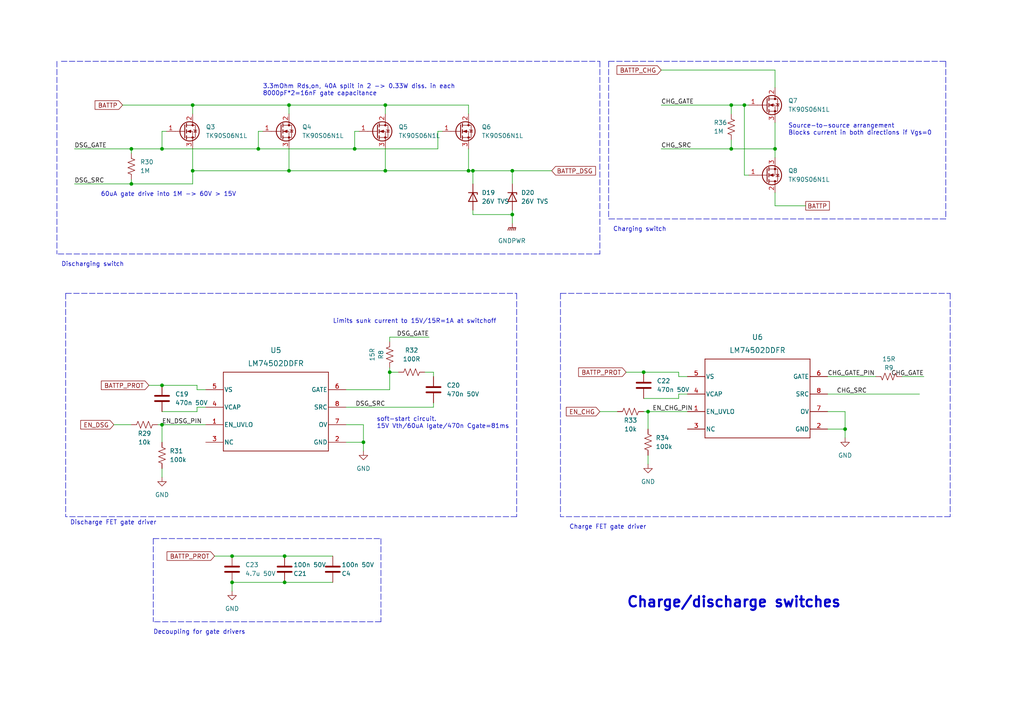
<source format=kicad_sch>
(kicad_sch (version 20211123) (generator eeschema)
  (paper "A4")
  (lib_symbols
    (symbol "Device:C" (pin_numbers hide) (pin_names (offset 0.254))
      (property "Reference" "C" (at 0.635 2.54 0))
      (property "Value" "C" (at 0.635 -2.54 0))
      (symbol "C_0_1"
        (polyline (pts (xy -2.032 -0.762) (xy 2.032 -0.762)) (stroke (width 0.508)))
        (polyline (pts (xy -2.032 0.762) (xy 2.032 0.762)) (stroke (width 0.508)))
      )
      (symbol "C_1_1"
        (pin passive line (at 0 3.81 270) (length 2.794) (name "~") (number "1"))
        (pin passive line (at 0 -3.81 90) (length 2.794) (name "~") (number "2"))
      )
    )
    (symbol "Device:D_Zener" (pin_numbers hide) (pin_names (offset 1.016) hide)
      (property "Reference" "D" (at 0 2.54 0))
      (property "Value" "D_Zener" (at 0 -2.54 0))
      (symbol "D_Zener_0_1"
        (polyline (pts (xy 1.27 0) (xy -1.27 0)))
        (polyline (pts (xy -1.27 -1.27) (xy -1.27 1.27) (xy -0.762 1.27)) (stroke (width 0.254)))
        (polyline (pts (xy 1.27 -1.27) (xy 1.27 1.27) (xy -1.27 0) (xy 1.27 -1.27)) (stroke (width 0.254)))
      )
      (symbol "D_Zener_1_1"
        (pin passive line (at -3.81 0 0) (length 2.54) (name "K") (number "1"))
        (pin passive line (at 3.81 0 180) (length 2.54) (name "A") (number "2"))
      )
    )
    (symbol "Device:Q_NMOS_GDS" (pin_names (offset 0) hide)
      (property "Reference" "Q" (at 5.08 1.27 0))
      (property "Value" "Q_NMOS_GDS" (at 5.08 -1.27 0))
      (symbol "Q_NMOS_GDS_0_1"
        (polyline (pts (xy 0.254 0) (xy -2.54 0)))
        (polyline (pts (xy 0.254 1.905) (xy 0.254 -1.905)) (stroke (width 0.254)))
        (polyline (pts (xy 0.762 -1.27) (xy 0.762 -2.286)) (stroke (width 0.254)))
        (polyline (pts (xy 0.762 0.508) (xy 0.762 -0.508)) (stroke (width 0.254)))
        (polyline (pts (xy 0.762 2.286) (xy 0.762 1.27)) (stroke (width 0.254)))
        (polyline (pts (xy 2.54 2.54) (xy 2.54 1.778)))
        (polyline (pts (xy 2.54 -2.54) (xy 2.54 0) (xy 0.762 0)))
        (polyline (pts (xy 0.762 -1.778) (xy 3.302 -1.778) (xy 3.302 1.778) (xy 0.762 1.778)))
        (polyline (pts (xy 1.016 0) (xy 2.032 0.381) (xy 2.032 -0.381) (xy 1.016 0)) (fill (type outline)))
        (polyline (pts (xy 2.794 0.508) (xy 2.921 0.381) (xy 3.683 0.381) (xy 3.81 0.254)))
        (polyline (pts (xy 3.302 0.381) (xy 2.921 -0.254) (xy 3.683 -0.254) (xy 3.302 0.381)))
        (circle (center 1.651 0) (radius 2.794) (stroke (width 0.254)))
        (circle (center 2.54 -1.778) (radius 0.254) (fill (type outline)))
        (circle (center 2.54 1.778) (radius 0.254) (fill (type outline)))
      )
      (symbol "Q_NMOS_GDS_1_1"
        (pin input line (at -5.08 0 0) (length 2.54) (name "G") (number "1"))
        (pin passive line (at 2.54 5.08 270) (length 2.54) (name "D") (number "2"))
        (pin passive line (at 2.54 -5.08 90) (length 2.54) (name "S") (number "3"))
      )
    )
    (symbol "Device:R_US" (pin_numbers hide) (pin_names (offset 0))
      (property "Reference" "R" (at 2.54 0 90))
      (property "Value" "R_US" (at -2.54 0 90))
      (symbol "R_US_0_1"
        (polyline (pts (xy 0 -2.286) (xy 0 -2.54)))
        (polyline (pts (xy 0 2.286) (xy 0 2.54)))
        (polyline (pts (xy 0 -0.762) (xy 1.016 -1.143) (xy 0 -1.524) (xy -1.016 -1.905) (xy 0 -2.286)))
        (polyline (pts (xy 0 0.762) (xy 1.016 0.381) (xy 0 0) (xy -1.016 -0.381) (xy 0 -0.762)))
        (polyline (pts (xy 0 2.286) (xy 1.016 1.905) (xy 0 1.524) (xy -1.016 1.143) (xy 0 0.762)))
      )
      (symbol "R_US_1_1"
        (pin passive line (at 0 3.81 270) (length 1.27) (name "~") (number "1"))
        (pin passive line (at 0 -3.81 90) (length 1.27) (name "~") (number "2"))
      )
    )
    (symbol "LM74502:LM74502DDFR" (pin_names (offset 0.254))
      (property "Reference" "U" (at 0 2.54 0))
      (property "Value" "LM74502DDFR" (at 0 0 0))
      (symbol "LM74502DDFR_0_1"
        (polyline (pts (xy 5.08 -17.78) (xy 35.56 -17.78)) (stroke (width 0.2032)))
        (polyline (pts (xy 5.08 5.08) (xy 5.08 -17.78)) (stroke (width 0.2032)))
        (polyline (pts (xy 35.56 -17.78) (xy 35.56 5.08)) (stroke (width 0.2032)))
        (polyline (pts (xy 35.56 5.08) (xy 5.08 5.08)) (stroke (width 0.2032)))
        (pin input line (at 0 -10.16 0) (length 5.08) (name "EN_UVLO") (number "1"))
        (pin power_in line (at 40.64 -15.24 180) (length 5.08) (name "GND") (number "2"))
        (pin unspecified line (at 0 -15.24 0) (length 5.08) (name "NC") (number "3"))
        (pin unspecified line (at 0 -5.08 0) (length 5.08) (name "VCAP") (number "4"))
        (pin power_in line (at 0 0 0) (length 5.08) (name "VS") (number "5"))
        (pin unspecified line (at 40.64 0 180) (length 5.08) (name "GATE") (number "6"))
        (pin unspecified line (at 40.64 -10.16 180) (length 5.08) (name "OV") (number "7"))
        (pin unspecified line (at 40.64 -5.08 180) (length 5.08) (name "SRC") (number "8"))
      )
    )
    (symbol "power:GND" (power) (pin_names (offset 0))
      (property "Value" "GND" (at 0 -3.81 0))
      (symbol "GND_0_1"
        (polyline (pts (xy 0 0) (xy 0 -1.27) (xy 1.27 -1.27) (xy 0 -2.54) (xy -1.27 -1.27) (xy 0 -1.27)))
      )
      (symbol "GND_1_1"
        (pin power_in line (at 0 0 270) (length 0) hide (name "GND") (number "1"))
      )
    )
    (symbol "power:GNDPWR" (power) (pin_names (offset 0))
      (property "Value" "GNDPWR" (at 0 -3.302 0))
      (symbol "GNDPWR_0_1"
        (polyline (pts (xy 0 -1.27) (xy 0 0)))
        (polyline (pts (xy -1.016 -1.27) (xy -1.27 -2.032) (xy -1.27 -2.032)) (stroke (width 0.2032)))
        (polyline (pts (xy -0.508 -1.27) (xy -0.762 -2.032) (xy -0.762 -2.032)) (stroke (width 0.2032)))
        (polyline (pts (xy 0 -1.27) (xy -0.254 -2.032) (xy -0.254 -2.032)) (stroke (width 0.2032)))
        (polyline (pts (xy 0.508 -1.27) (xy 0.254 -2.032) (xy 0.254 -2.032)) (stroke (width 0.2032)))
        (polyline (pts (xy 1.016 -1.27) (xy -1.016 -1.27) (xy -1.016 -1.27)) (stroke (width 0.2032)))
        (polyline (pts (xy 1.016 -1.27) (xy 0.762 -2.032) (xy 0.762 -2.032) (xy 0.762 -2.032)) (stroke (width 0.2032)))
      )
      (symbol "GNDPWR_1_1"
        (pin power_in line (at 0 0 270) (length 0) hide (name "GNDPWR") (number "1"))
      )
    )
  )
  (junction (at 135.89 49.53))
  (junction (at 46.99 123.19))
  (junction (at 215.9 30.48))
  (junction (at 148.59 49.53))
  (junction (at 187.96 119.38))
  (junction (at 111.76 30.48))
  (junction (at 82.55 161.29))
  (junction (at 83.82 30.48))
  (junction (at 67.31 161.29))
  (junction (at 105.41 128.27))
  (junction (at 148.59 62.23))
  (junction (at 186.69 107.95))
  (junction (at 67.31 168.91))
  (junction (at 111.76 49.53))
  (junction (at 82.55 168.91))
  (junction (at 137.16 49.53))
  (junction (at 113.03 107.95))
  (junction (at 38.1 53.34))
  (junction (at 212.09 30.48))
  (junction (at 74.93 43.18))
  (junction (at 55.88 49.53))
  (junction (at 38.1 43.18))
  (junction (at 83.82 49.53))
  (junction (at 212.09 43.18))
  (junction (at 46.99 43.18))
  (junction (at 46.99 111.76))
  (junction (at 55.88 30.48))
  (junction (at 224.79 43.18))
  (junction (at 245.11 124.46))
  (junction (at 102.87 43.18))
  (wire (pts (xy 46.99 135.89) (xy 46.99 138.43)))
  (wire (pts (xy 33.02 123.19) (xy 38.1 123.19)))
  (wire (pts (xy 57.15 118.11) (xy 57.15 119.38)))
  (wire (pts (xy 83.82 30.48) (xy 111.76 30.48)))
  (wire (pts (xy 199.39 114.3) (xy 196.85 114.3)))
  (wire (pts (xy 212.09 30.48) (xy 212.09 33.02)))
  (polyline (pts (xy 149.86 85.09) (xy 149.86 149.86)))
  (wire (pts (xy 148.59 62.23) (xy 148.59 64.77)))
  (wire (pts (xy 186.69 115.57) (xy 196.85 115.57)))
  (wire (pts (xy 187.96 119.38) (xy 199.39 119.38)))
  (wire (pts (xy 102.87 38.1) (xy 102.87 43.18)))
  (polyline (pts (xy 173.99 17.78) (xy 173.99 73.66)))
  (wire (pts (xy 191.77 30.48) (xy 212.09 30.48)))
  (wire (pts (xy 55.88 53.34) (xy 55.88 49.53)))
  (wire (pts (xy 111.76 49.53) (xy 135.89 49.53)))
  (polyline (pts (xy 275.59 149.86) (xy 162.56 149.86)))
  (wire (pts (xy 45.72 123.19) (xy 46.99 123.19)))
  (polyline (pts (xy 176.53 17.78) (xy 274.32 17.78)))
  (polyline (pts (xy 274.32 63.5) (xy 176.53 63.5)))
  (wire (pts (xy 137.16 49.53) (xy 137.16 53.34)))
  (polyline (pts (xy 44.45 156.21) (xy 44.45 180.34)))
  (wire (pts (xy 105.41 123.19) (xy 105.41 128.27)))
  (wire (pts (xy 135.89 30.48) (xy 135.89 33.02)))
  (wire (pts (xy 48.26 38.1) (xy 46.99 38.1)))
  (wire (pts (xy 181.61 107.95) (xy 186.69 107.95)))
  (wire (pts (xy 125.73 118.11) (xy 125.73 116.84)))
  (wire (pts (xy 240.03 114.3) (xy 266.7 114.3)))
  (wire (pts (xy 125.73 109.22) (xy 125.73 107.95)))
  (wire (pts (xy 224.79 35.56) (xy 224.79 43.18)))
  (wire (pts (xy 35.56 30.48) (xy 55.88 30.48)))
  (wire (pts (xy 215.9 30.48) (xy 215.9 50.8)))
  (wire (pts (xy 59.69 113.03) (xy 57.15 113.03)))
  (polyline (pts (xy 110.49 156.21) (xy 110.49 180.34)))
  (polyline (pts (xy 17.78 17.78) (xy 173.99 17.78)))
  (wire (pts (xy 137.16 49.53) (xy 148.59 49.53)))
  (polyline (pts (xy 44.45 156.21) (xy 110.49 156.21)))
  (wire (pts (xy 46.99 123.19) (xy 59.69 123.19)))
  (wire (pts (xy 148.59 60.96) (xy 148.59 62.23)))
  (wire (pts (xy 105.41 128.27) (xy 100.33 128.27)))
  (wire (pts (xy 148.59 49.53) (xy 160.02 49.53)))
  (wire (pts (xy 224.79 59.69) (xy 233.68 59.69)))
  (wire (pts (xy 55.88 30.48) (xy 83.82 30.48)))
  (polyline (pts (xy 162.56 85.09) (xy 162.56 149.86)))
  (polyline (pts (xy 19.05 85.09) (xy 149.86 85.09)))
  (polyline (pts (xy 176.53 17.78) (xy 176.53 63.5)))
  (wire (pts (xy 111.76 30.48) (xy 111.76 33.02)))
  (wire (pts (xy 113.03 107.95) (xy 115.57 107.95)))
  (wire (pts (xy 128.27 38.1) (xy 127 38.1)))
  (wire (pts (xy 127 38.1) (xy 127 43.18)))
  (wire (pts (xy 100.33 118.11) (xy 125.73 118.11)))
  (wire (pts (xy 105.41 130.81) (xy 105.41 128.27)))
  (wire (pts (xy 113.03 97.79) (xy 113.03 99.06)))
  (wire (pts (xy 74.93 43.18) (xy 102.87 43.18)))
  (wire (pts (xy 82.55 168.91) (xy 67.31 168.91)))
  (wire (pts (xy 46.99 43.18) (xy 74.93 43.18)))
  (polyline (pts (xy 19.05 85.09) (xy 19.05 149.86)))
  (wire (pts (xy 217.17 50.8) (xy 215.9 50.8)))
  (wire (pts (xy 38.1 43.18) (xy 38.1 44.45)))
  (wire (pts (xy 224.79 20.32) (xy 224.79 25.4)))
  (wire (pts (xy 212.09 43.18) (xy 224.79 43.18)))
  (wire (pts (xy 245.11 127) (xy 245.11 124.46)))
  (wire (pts (xy 100.33 123.19) (xy 105.41 123.19)))
  (wire (pts (xy 240.03 119.38) (xy 245.11 119.38)))
  (wire (pts (xy 187.96 119.38) (xy 187.96 124.46)))
  (wire (pts (xy 113.03 107.95) (xy 113.03 113.03)))
  (wire (pts (xy 148.59 49.53) (xy 148.59 53.34)))
  (wire (pts (xy 212.09 40.64) (xy 212.09 43.18)))
  (wire (pts (xy 102.87 43.18) (xy 127 43.18)))
  (wire (pts (xy 83.82 30.48) (xy 83.82 33.02)))
  (wire (pts (xy 113.03 97.79) (xy 124.46 97.79)))
  (wire (pts (xy 224.79 45.72) (xy 224.79 43.18)))
  (wire (pts (xy 187.96 132.08) (xy 187.96 134.62)))
  (polyline (pts (xy 274.32 17.78) (xy 274.32 63.5)))
  (wire (pts (xy 191.77 20.32) (xy 224.79 20.32)))
  (wire (pts (xy 82.55 161.29) (xy 96.52 161.29)))
  (wire (pts (xy 46.99 123.19) (xy 46.99 128.27)))
  (wire (pts (xy 38.1 43.18) (xy 46.99 43.18)))
  (wire (pts (xy 76.2 38.1) (xy 74.93 38.1)))
  (wire (pts (xy 261.62 109.22) (xy 267.97 109.22)))
  (wire (pts (xy 196.85 114.3) (xy 196.85 115.57)))
  (wire (pts (xy 46.99 119.38) (xy 57.15 119.38)))
  (wire (pts (xy 38.1 52.07) (xy 38.1 53.34)))
  (wire (pts (xy 191.77 43.18) (xy 212.09 43.18)))
  (wire (pts (xy 135.89 49.53) (xy 137.16 49.53)))
  (wire (pts (xy 113.03 106.68) (xy 113.03 107.95)))
  (wire (pts (xy 186.69 107.95) (xy 196.85 107.95)))
  (wire (pts (xy 173.99 119.38) (xy 179.07 119.38)))
  (wire (pts (xy 100.33 113.03) (xy 113.03 113.03)))
  (wire (pts (xy 224.79 55.88) (xy 224.79 59.69)))
  (wire (pts (xy 111.76 30.48) (xy 135.89 30.48)))
  (wire (pts (xy 111.76 43.18) (xy 111.76 49.53)))
  (polyline (pts (xy 173.99 73.66) (xy 16.51 73.66)))
  (wire (pts (xy 186.69 119.38) (xy 187.96 119.38)))
  (polyline (pts (xy 149.86 149.86) (xy 19.05 149.86)))
  (wire (pts (xy 46.99 38.1) (xy 46.99 43.18)))
  (wire (pts (xy 21.59 53.34) (xy 38.1 53.34)))
  (wire (pts (xy 55.88 49.53) (xy 83.82 49.53)))
  (wire (pts (xy 199.39 109.22) (xy 196.85 109.22)))
  (wire (pts (xy 83.82 49.53) (xy 111.76 49.53)))
  (wire (pts (xy 21.59 43.18) (xy 38.1 43.18)))
  (wire (pts (xy 57.15 113.03) (xy 57.15 111.76)))
  (wire (pts (xy 59.69 118.11) (xy 57.15 118.11)))
  (wire (pts (xy 137.16 60.96) (xy 137.16 62.23)))
  (wire (pts (xy 83.82 43.18) (xy 83.82 49.53)))
  (wire (pts (xy 74.93 38.1) (xy 74.93 43.18)))
  (wire (pts (xy 196.85 109.22) (xy 196.85 107.95)))
  (wire (pts (xy 104.14 38.1) (xy 102.87 38.1)))
  (wire (pts (xy 82.55 168.91) (xy 96.52 168.91)))
  (polyline (pts (xy 162.56 85.09) (xy 275.59 85.09)))
  (wire (pts (xy 46.99 111.76) (xy 57.15 111.76)))
  (wire (pts (xy 38.1 53.34) (xy 55.88 53.34)))
  (wire (pts (xy 135.89 43.18) (xy 135.89 49.53)))
  (wire (pts (xy 245.11 124.46) (xy 240.03 124.46)))
  (polyline (pts (xy 16.51 17.78) (xy 16.51 73.66)))
  (wire (pts (xy 240.03 109.22) (xy 254 109.22)))
  (wire (pts (xy 55.88 30.48) (xy 55.88 33.02)))
  (wire (pts (xy 215.9 30.48) (xy 212.09 30.48)))
  (wire (pts (xy 217.17 30.48) (xy 215.9 30.48)))
  (wire (pts (xy 123.19 107.95) (xy 125.73 107.95)))
  (wire (pts (xy 62.23 161.29) (xy 67.31 161.29)))
  (wire (pts (xy 55.88 43.18) (xy 55.88 49.53)))
  (wire (pts (xy 67.31 168.91) (xy 67.31 171.45)))
  (wire (pts (xy 43.18 111.76) (xy 46.99 111.76)))
  (wire (pts (xy 245.11 119.38) (xy 245.11 124.46)))
  (polyline (pts (xy 110.49 180.34) (xy 44.45 180.34)))
  (wire (pts (xy 137.16 62.23) (xy 148.59 62.23)))
  (wire (pts (xy 67.31 161.29) (xy 82.55 161.29)))
  (polyline (pts (xy 275.59 85.09) (xy 275.59 149.86)))
  (text "Charge FET gate driver" (at 165.1 153.67 0) (effects (font (size 1.27 1.27)) (justify left bottom)))
  (text "Decoupling for gate drivers" (at 44.45 184.15 0) (effects (font (size 1.27 1.27)) (justify left bottom)))
  (text "soft-start circuit.\n15V Vth/60uA Igate/470n Cgate=81ms" (at 109.22 124.46 0) (effects (font (size 1.27 1.27)) (justify left bottom)))
  (text "Charging switch" (at 177.8 67.31 0) (effects (font (size 1.27 1.27)) (justify left bottom)))
  (text "Charge/discharge switches" (at 181.61 176.53 0) (effects (font (size 3 3) bold) (justify left bottom)))
  (text "Discharging switch" (at 17.78 77.47 0) (effects (font (size 1.27 1.27)) (justify left bottom)))
  (text "Discharge FET gate driver" (at 20.32 152.4 0) (effects (font (size 1.27 1.27)) (justify left bottom)))
  (text "Source-to-source arrangement\nBlocks current in both directions if Vgs=0" (at 228.6 39.37 0) (effects (font (size 1.27 1.27)) (justify left bottom)))
  (text "Limits sunk current to 15V/15R=1A at switchoff" (at 96.52 93.98 0) (effects (font (size 1.27 1.27)) (justify left bottom)))
  (text "60uA gate drive into 1M -> 60V > 15V" (at 29.21 57.15 0) (effects (font (size 1.27 1.27)) (justify left bottom)))
  (text "3.3mOhm Rds,on, 40A split in 2 -> 0.33W diss. in each\n8000pF*2=16nF gate capacitance" (at 76.2 27.94 0) (effects (font (size 1.27 1.27)) (justify left bottom)))
  (label "DSG_GATE" (at 124.46 97.79 180))
  (label "EN_DSG_PIN" (at 46.99 123.19 0))
  (label "DSG_GATE" (at 21.59 43.18 0))
  (label "CHG_SRC" (at 191.77 43.18 0))
  (label "CHG_GATE" (at 191.77 30.48 0))
  (label "CHG_SRC" (at 251.46 114.3 180))
  (label "CHG_GATE" (at 267.97 109.22 180))
  (label "EN_CHG_PIN" (at 189.23 119.38 0))
  (label "DSG_SRC" (at 111.76 118.11 180))
  (label "DSG_SRC" (at 21.59 53.34 0))
  (label "CHG_GATE_PIN" (at 240.03 109.22 0))
  (global_label "EN_CHG" (shape input) (at 173.99 119.38 180) (property "Intersheet References" "${INTERSHEET_REFS}" (effects hide)))
  (global_label "EN_DSG" (shape input) (at 33.02 123.19 180) (property "Intersheet References" "${INTERSHEET_REFS}" (effects hide)))
  (global_label "BATTP_PROT" (shape input) (at 43.18 111.76 180) (property "Intersheet References" "${INTERSHEET_REFS}" (effects hide)))
  (global_label "BATTP" (shape passive) (at 233.68 59.69 0) (property "Intersheet References" "${INTERSHEET_REFS}" (effects hide)))
  (global_label "BATTP" (shape input) (at 35.56 30.48 180) (property "Intersheet References" "${INTERSHEET_REFS}" (effects hide)))
  (global_label "BATTP_PROT" (shape input) (at 62.23 161.29 180) (property "Intersheet References" "${INTERSHEET_REFS}" (effects hide)))
  (global_label "BATTP_CHG" (shape input) (at 191.77 20.32 180) (property "Intersheet References" "${INTERSHEET_REFS}" (effects hide)))
  (global_label "BATTP_PROT" (shape input) (at 181.61 107.95 180) (property "Intersheet References" "${INTERSHEET_REFS}" (effects hide)))
  (global_label "BATTP_DSG" (shape input) (at 160.02 49.53 0) (property "Intersheet References" "${INTERSHEET_REFS}" (effects hide)))
  (symbol (lib_id "Device:R_US") (at 187.96 128.27 0) (unit 1)
    (property "Reference" "R34" (at 190.1824 126.9999 0) (effects (justify left)))
    (property "Value" "100k" (at 190.1824 129.5399 0) (effects (justify left)))
    (property "Footprint" "Resistor_SMD:R_0805_2012Metric_Pad1.20x1.40mm_HandSolder" (effects hide))
    (property "part_number" "RC0805FR-07100KL" (effects hide))
  )
  (symbol (lib_id "Device:R_US") (at 119.38 107.95 90) (unit 1)
    (property "Reference" "R32" (at 119.38 101.6 90))
    (property "Value" "100R" (at 119.38 104.14 90))
    (property "Footprint" "Resistor_SMD:R_0805_2012Metric_Pad1.20x1.40mm_HandSolder" (effects hide))
    (property "part_number" "RC0805FR-07100RL" (effects hide))
  )
  (symbol (lib_id "Device:C") (at 67.31 165.1 0) (unit 1)
    (property "Reference" "C23" (at 71.12 163.8299 0) (effects (justify left)))
    (property "Value" "4.7u 50V" (at 71.12 166.3699 0) (effects (justify left)))
    (property "Footprint" "Capacitor_SMD:C_1206_3216Metric_Pad1.33x1.80mm_HandSolder" (effects hide))
    (property "part_number" "GRM31CR71H475KA12L" (effects hide))
  )
  (symbol (lib_id "Device:C") (at 96.52 165.1 0) (mirror x) (unit 1)
    (property "Reference" "C4" (at 99.06 166.37 0) (effects (justify left)))
    (property "Value" "100n 50V" (at 99.06 163.83 0) (effects (justify left)))
    (property "Footprint" "Capacitor_SMD:C_0805_2012Metric" (effects hide))
    (property "part_number" "GCD21BR71H104KA01L" (effects hide))
  )
  (symbol (lib_id "Device:C") (at 82.55 165.1 0) (mirror x) (unit 1)
    (property "Reference" "C21" (at 85.09 166.37 0) (effects (justify left)))
    (property "Value" "100n 50V" (at 85.09 163.83 0) (effects (justify left)))
    (property "Footprint" "Capacitor_SMD:C_0805_2012Metric" (effects hide))
    (property "part_number" "GCD21BR71H104KA01L" (effects hide))
  )
  (symbol (lib_id "power:GND") (at 187.96 134.62 0) (unit 1)
    (property "Reference" "#PWR048" (effects hide))
    (property "Value" "GND" (at 187.96 139.7 0))
  )
  (symbol (lib_id "Device:R_US") (at 46.99 132.08 0) (unit 1)
    (property "Reference" "R31" (at 49.2124 130.8099 0) (effects (justify left)))
    (property "Value" "100k" (at 49.2124 133.3499 0) (effects (justify left)))
    (property "Footprint" "Resistor_SMD:R_0805_2012Metric_Pad1.20x1.40mm_HandSolder" (effects hide))
    (property "part_number" "RC0805FR-07100KL" (effects hide))
  )
  (symbol (lib_id "Device:D_Zener") (at 137.16 57.15 270) (unit 1)
    (property "Reference" "D19" (at 139.7 55.8799 90) (effects (justify left)))
    (property "Value" "26V TVS" (at 139.7 58.4199 90) (effects (justify left)))
    (property "Footprint" "Diode_SMD:D_SMB" (effects hide))
    (property "part_number" "SMBJ26A" (effects hide))
  )
  (symbol (lib_id "Device:C") (at 186.69 111.76 0) (unit 1)
    (property "Reference" "C22" (at 190.5 110.4899 0) (effects (justify left)))
    (property "Value" "470n 50V" (at 190.5 113.0299 0) (effects (justify left)))
    (property "Footprint" "Capacitor_SMD:C_0805_2012Metric_Pad1.18x1.45mm_HandSolder" (effects hide))
    (property "part_number" "GRM21BR71H474KA88L" (effects hide))
  )
  (symbol (lib_id "Device:Q_NMOS_GDS") (at 109.22 38.1 0) (unit 1)
    (property "Reference" "Q5" (at 115.57 36.8299 0) (effects (justify left)))
    (property "Value" "TK90S06N1L" (at 115.57 39.3699 0) (effects (justify left)))
    (property "Footprint" "Package_TO_SOT_SMD:TO-252-2" (effects hide))
    (property "Datasheet" "https://www.mouser.com/datasheet/2/408/TK90S06N1L_datasheet_en_20200624-1858439.pdf" (effects hide))
    (property "part_number" "TK90S06N1L,LXHQ" (effects hide))
  )
  (symbol (lib_id "Device:C") (at 46.99 115.57 0) (unit 1)
    (property "Reference" "C19" (at 50.8 114.2999 0) (effects (justify left)))
    (property "Value" "470n 50V" (at 50.8 116.8399 0) (effects (justify left)))
    (property "Footprint" "Capacitor_SMD:C_0805_2012Metric_Pad1.18x1.45mm_HandSolder" (effects hide))
    (property "part_number" "GRM21BR71H474KA88L" (effects hide))
  )
  (symbol (lib_id "power:GNDPWR") (at 148.59 64.77 0) (unit 1)
    (property "Reference" "#PWR047" (effects hide))
    (property "Value" "GNDPWR" (at 148.463 69.85 0))
  )
  (symbol (lib_id "power:GND") (at 245.11 127 0) (unit 1)
    (property "Reference" "#PWR049" (effects hide))
    (property "Value" "GND" (at 245.11 132.08 0))
  )
  (symbol (lib_id "Device:Q_NMOS_GDS") (at 53.34 38.1 0) (unit 1)
    (property "Reference" "Q3" (at 59.69 36.8299 0) (effects (justify left)))
    (property "Value" "TK90S06N1L" (at 59.69 39.3699 0) (effects (justify left)))
    (property "Footprint" "Package_TO_SOT_SMD:TO-252-2" (effects hide))
    (property "Datasheet" "https://www.mouser.com/datasheet/2/408/TK90S06N1L_datasheet_en_20200624-1858439.pdf" (effects hide))
    (property "part_number" "TK90S06N1L,LXHQ" (effects hide))
  )
  (symbol (lib_id "Device:C") (at 125.73 113.03 0) (unit 1)
    (property "Reference" "C20" (at 129.54 111.7599 0) (effects (justify left)))
    (property "Value" "470n 50V" (at 129.54 114.2999 0) (effects (justify left)))
    (property "Footprint" "Capacitor_SMD:C_0805_2012Metric_Pad1.18x1.45mm_HandSolder" (effects hide))
    (property "part_number" "GRM21BR71H474KA88L" (effects hide))
  )
  (symbol (lib_id "Device:Q_NMOS_GDS") (at 222.25 50.8 0) (mirror x) (unit 1)
    (property "Reference" "Q8" (at 228.6 49.5299 0) (effects (justify left)))
    (property "Value" "TK90S06N1L" (at 228.6 52.0699 0) (effects (justify left)))
    (property "Footprint" "Package_TO_SOT_SMD:TO-252-2" (effects hide))
    (property "Datasheet" "https://www.mouser.com/datasheet/2/408/TK90S06N1L_datasheet_en_20200624-1858439.pdf" (effects hide))
    (property "part_number" "TK90S06N1L,LXHQ" (effects hide))
  )
  (symbol (lib_id "Device:Q_NMOS_GDS") (at 222.25 30.48 0) (unit 1)
    (property "Reference" "Q7" (at 228.6 29.2099 0) (effects (justify left)))
    (property "Value" "TK90S06N1L" (at 228.6 31.7499 0) (effects (justify left)))
    (property "Footprint" "Package_TO_SOT_SMD:TO-252-2" (effects hide))
    (property "Datasheet" "https://www.mouser.com/datasheet/2/408/TK90S06N1L_datasheet_en_20200624-1858439.pdf" (effects hide))
    (property "part_number" "TK90S06N1L,LXHQ" (effects hide))
  )
  (symbol (lib_id "Device:Q_NMOS_GDS") (at 81.28 38.1 0) (unit 1)
    (property "Reference" "Q4" (at 87.63 36.8299 0) (effects (justify left)))
    (property "Value" "TK90S06N1L" (at 87.63 39.3699 0) (effects (justify left)))
    (property "Footprint" "Package_TO_SOT_SMD:TO-252-2" (effects hide))
    (property "Datasheet" "https://www.mouser.com/datasheet/2/408/TK90S06N1L_datasheet_en_20200624-1858439.pdf" (effects hide))
    (property "part_number" "TK90S06N1L,LXHQ" (effects hide))
  )
  (symbol (lib_id "power:GND") (at 67.31 171.45 0) (unit 1)
    (property "Reference" "#PWR051" (effects hide))
    (property "Value" "GND" (at 67.31 176.53 0))
  )
  (symbol (lib_id "power:GND") (at 46.99 138.43 0) (unit 1)
    (property "Reference" "#PWR043" (effects hide))
    (property "Value" "GND" (at 46.99 143.51 0))
  )
  (symbol (lib_id "Device:R_US") (at 212.09 36.83 0) (unit 1)
    (property "Reference" "R36" (at 207.01 35.56 0) (effects (justify left)))
    (property "Value" "1M" (at 207.01 38.1 0) (effects (justify left)))
    (property "Footprint" "Resistor_SMD:R_0805_2012Metric_Pad1.20x1.40mm_HandSolder" (effects hide))
    (property "part_number" "RC0805FR-071ML" (effects hide))
  )
  (symbol (lib_id "Device:R_US") (at 257.81 109.22 90) (mirror x) (unit 1)
    (property "Reference" "R9" (at 257.81 106.68 90))
    (property "Value" "15R" (at 257.81 104.14 90))
    (property "Footprint" "Resistor_SMD:R_0805_2012Metric_Pad1.20x1.40mm_HandSolder" (effects hide))
    (property "part_number" "RC0805FR-1310KL" (effects hide))
  )
  (symbol (lib_id "Device:R_US") (at 182.88 119.38 90) (unit 1)
    (property "Reference" "R33" (at 182.88 121.92 90))
    (property "Value" "10k" (at 182.88 124.46 90))
    (property "Footprint" "Resistor_SMD:R_0805_2012Metric_Pad1.20x1.40mm_HandSolder" (effects hide))
    (property "part_number" "RC0805FR-1310KL" (effects hide))
  )
  (symbol (lib_id "power:GND") (at 105.41 130.81 0) (unit 1)
    (property "Reference" "#PWR045" (effects hide))
    (property "Value" "GND" (at 105.41 135.89 0))
  )
  (symbol (lib_id "LM74502:LM74502DDFR") (at 59.69 113.03 0) (unit 1)
    (property "Reference" "U5" (at 80.01 101.6 0) (effects (font (size 1.524 1.524))))
    (property "Value" "LM74502DDFR" (at 80.01 105.41 0) (effects (font (size 1.524 1.524))))
    (property "Footprint" "lib:LM74502" (effects hide))
    (property "Datasheet" "https://www.ti.com/lit/ds/symlink/lm74502.pdf?ts=1740871747141" (effects hide))
    (property "part_number" "LM74502DDFR" (effects hide))
  )
  (symbol (lib_id "Device:R_US") (at 38.1 48.26 0) (unit 1)
    (property "Reference" "R30" (at 40.64 46.9899 0) (effects (justify left)))
    (property "Value" "1M" (at 40.64 49.5299 0) (effects (justify left)))
    (property "Footprint" "Resistor_SMD:R_0805_2012Metric_Pad1.20x1.40mm_HandSolder" (effects hide))
    (property "part_number" "RC0805FR-071ML" (effects hide))
  )
  (symbol (lib_id "LM74502:LM74502DDFR") (at 199.39 109.22 0) (unit 1)
    (property "Reference" "U6" (at 219.71 97.79 0) (effects (font (size 1.524 1.524))))
    (property "Value" "LM74502DDFR" (at 219.71 101.6 0) (effects (font (size 1.524 1.524))))
    (property "Footprint" "lib:LM74502" (effects hide))
    (property "Datasheet" "https://www.ti.com/lit/ds/symlink/lm74502.pdf?ts=1740871747141" (effects hide))
    (property "part_number" "LM74502DDFR" (effects hide))
  )
  (symbol (lib_id "Device:R_US") (at 41.91 123.19 90) (unit 1)
    (property "Reference" "R29" (at 41.91 125.73 90))
    (property "Value" "10k" (at 41.91 128.27 90))
    (property "Footprint" "Resistor_SMD:R_0805_2012Metric_Pad1.20x1.40mm_HandSolder" (effects hide))
    (property "part_number" "RC0805FR-1310KL" (effects hide))
  )
  (symbol (lib_id "Device:D_Zener") (at 148.59 57.15 270) (unit 1)
    (property "Reference" "D20" (at 151.13 55.8799 90) (effects (justify left)))
    (property "Value" "26V TVS" (at 151.13 58.4199 90) (effects (justify left)))
    (property "Footprint" "Diode_SMD:D_SMB" (effects hide))
    (property "part_number" "SMBJ26A" (effects hide))
  )
  (symbol (lib_id "Device:Q_NMOS_GDS") (at 133.35 38.1 0) (unit 1)
    (property "Reference" "Q6" (at 139.7 36.8299 0) (effects (justify left)))
    (property "Value" "TK90S06N1L" (at 139.7 39.3699 0) (effects (justify left)))
    (property "Footprint" "Package_TO_SOT_SMD:TO-252-2" (effects hide))
    (property "Datasheet" "https://www.mouser.com/datasheet/2/408/TK90S06N1L_datasheet_en_20200624-1858439.pdf" (effects hide))
    (property "part_number" "TK90S06N1L,LXHQ" (effects hide))
  )
  (symbol (lib_id "Device:R_US") (at 113.03 102.87 0) (mirror x) (unit 1)
    (property "Reference" "R8" (at 110.49 102.87 90))
    (property "Value" "15R" (at 107.95 102.87 90))
    (property "Footprint" "Resistor_SMD:R_0805_2012Metric_Pad1.20x1.40mm_HandSolder" (effects hide))
    (property "part_number" "RC0805FR-1310KL" (effects hide))
  )
)
</source>
